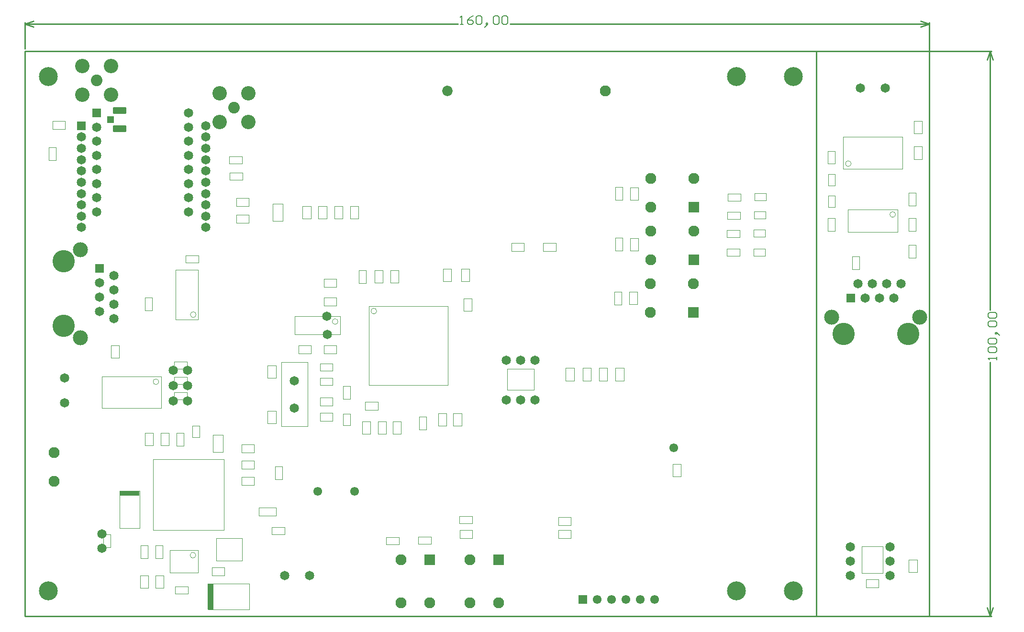
<source format=gbs>
G04 Layer_Color=16711935*
%FSLAX44Y44*%
%MOMM*%
G71*
G01*
G75*
%ADD54C,0.1000*%
%ADD55C,0.2540*%
%ADD56C,0.1524*%
%ADD57R,0.9819X4.6000*%
%ADD58R,3.5000X0.8877*%
G04:AMPARAMS|DCode=114|XSize=1.25mm|YSize=1.25mm|CornerRadius=0.185mm|HoleSize=0mm|Usage=FLASHONLY|Rotation=90.000|XOffset=0mm|YOffset=0mm|HoleType=Round|Shape=RoundedRectangle|*
%AMROUNDEDRECTD114*
21,1,1.2500,0.8800,0,0,90.0*
21,1,0.8800,1.2500,0,0,90.0*
1,1,0.3700,0.4400,0.4400*
1,1,0.3700,0.4400,-0.4400*
1,1,0.3700,-0.4400,-0.4400*
1,1,0.3700,-0.4400,0.4400*
%
%ADD114ROUNDEDRECTD114*%
G04:AMPARAMS|DCode=115|XSize=1.2mm|YSize=2.35mm|CornerRadius=0.1275mm|HoleSize=0mm|Usage=FLASHONLY|Rotation=90.000|XOffset=0mm|YOffset=0mm|HoleType=Round|Shape=RoundedRectangle|*
%AMROUNDEDRECTD115*
21,1,1.2000,2.0950,0,0,90.0*
21,1,0.9450,2.3500,0,0,90.0*
1,1,0.2550,1.0475,0.4725*
1,1,0.2550,1.0475,-0.4725*
1,1,0.2550,-1.0475,-0.4725*
1,1,0.2550,-1.0475,0.4725*
%
%ADD115ROUNDEDRECTD115*%
%ADD116C,2.6500*%
%ADD117C,3.9500*%
%ADD118C,1.6500*%
%ADD119R,1.6500X1.6500*%
%ADD120R,1.6500X1.6500*%
%ADD121C,1.6500*%
%ADD122R,1.6500X1.6500*%
%ADD123C,1.5500*%
%ADD124C,3.3500*%
%ADD125C,2.5500*%
%ADD126C,2.0500*%
%ADD127C,1.9500*%
%ADD128C,1.8500*%
%ADD129R,1.5500X1.5500*%
%ADD130R,1.9500X1.9500*%
%ADD131R,1.9500X1.9500*%
D54*
X1702500Y1163750D02*
G03*
X1702500Y1163750I-5000J0D01*
G01*
X2940000Y1341000D02*
G03*
X2940000Y1341000I-5000J0D01*
G01*
X2861500Y1431000D02*
G03*
X2861500Y1431000I-5000J0D01*
G01*
X1953500Y1151500D02*
G03*
X1953500Y1151500I-5000J0D01*
G01*
X1636500Y1045000D02*
G03*
X1636500Y1045000I-5000J0D01*
G01*
X1702000Y738000D02*
G03*
X1702000Y738000I-5000J0D01*
G01*
X2022000Y1170000D02*
G03*
X2022000Y1170000I-5000J0D01*
G01*
X1666500Y1242750D02*
X1706500D01*
X1666500Y1154750D02*
X1706500D01*
X1666500D02*
Y1242750D01*
X1706500Y1154750D02*
Y1242750D01*
X2856000Y1350000D02*
X2944000D01*
X2856000Y1310000D02*
X2944000D01*
Y1350000D01*
X2856000Y1310000D02*
Y1350000D01*
X1470800Y1492250D02*
Y1506750D01*
X1448700Y1492250D02*
Y1506750D01*
Y1492250D02*
X1470800D01*
X1448700Y1506750D02*
X1470800D01*
X2976350Y1311600D02*
Y1334400D01*
X2963650Y1311600D02*
Y1334400D01*
X2976350D01*
X2963650Y1311600D02*
X2976350D01*
X2952500Y1422000D02*
Y1478000D01*
X2847500Y1422000D02*
Y1478000D01*
X2952500D01*
X2847500Y1422000D02*
X2952500D01*
X1838500Y1329250D02*
Y1359750D01*
X1856000Y1329250D02*
Y1359750D01*
X1838500D02*
X1856000D01*
X1838500Y1329250D02*
X1856000D01*
X2963650Y1356600D02*
Y1379400D01*
X2976350Y1356600D02*
Y1379400D01*
X2963650Y1356600D02*
X2976350D01*
X2963650Y1379400D02*
X2976350D01*
X2963650Y1264600D02*
Y1287400D01*
X2976350Y1264600D02*
Y1287400D01*
X2963650Y1264600D02*
X2976350D01*
X2963650Y1287400D02*
X2976350D01*
X1612150Y1171350D02*
Y1194150D01*
X1624850Y1171350D02*
Y1194150D01*
X1612150Y1171350D02*
X1624850D01*
X1612150Y1194150D02*
X1624850D01*
X2863650Y1243600D02*
Y1266400D01*
X2876350Y1243600D02*
Y1266400D01*
X2863650Y1243600D02*
X2876350D01*
X2863650Y1266400D02*
X2876350D01*
X2972750Y1483950D02*
X2987250D01*
X2972750Y1506050D02*
X2987250D01*
X2972750Y1483950D02*
Y1506050D01*
X2987250Y1483950D02*
Y1506050D01*
X2972750Y1438950D02*
X2987250D01*
X2972750Y1461050D02*
X2987250D01*
X2972750Y1438950D02*
Y1461050D01*
X2987250Y1438950D02*
Y1461050D01*
X1975000Y1355550D02*
X1989500D01*
X1975000Y1333450D02*
X1989500D01*
Y1355550D01*
X1975000Y1333450D02*
Y1355550D01*
X1947000D02*
X1961500D01*
X1947000Y1333450D02*
X1961500D01*
Y1355550D01*
X1947000Y1333450D02*
Y1355550D01*
X1919000D02*
X1933500D01*
X1919000Y1333450D02*
X1933500D01*
Y1355550D01*
X1919000Y1333450D02*
Y1355550D01*
X1891000D02*
X1905500D01*
X1891000Y1333450D02*
X1905500D01*
Y1355550D01*
X1891000Y1333450D02*
Y1355550D01*
X1795550Y1355750D02*
Y1370250D01*
X1773450Y1355750D02*
Y1370250D01*
Y1355750D02*
X1795550D01*
X1773450Y1370250D02*
X1795550D01*
X1795800Y1325750D02*
Y1340250D01*
X1773700Y1325750D02*
Y1340250D01*
Y1325750D02*
X1795800D01*
X1773700Y1340250D02*
X1795800D01*
X1684100Y1268100D02*
X1706900D01*
X1684100Y1255400D02*
X1706900D01*
X1684100D02*
Y1268100D01*
X1706900Y1255400D02*
Y1268100D01*
X2545750Y899050D02*
X2560250D01*
X2545750Y876950D02*
X2560250D01*
Y899050D01*
X2545750Y876950D02*
Y899050D01*
X2366050Y767750D02*
Y782250D01*
X2343950Y767750D02*
Y782250D01*
Y767750D02*
X2366050D01*
X2343950Y782250D02*
X2366050D01*
Y790750D02*
Y805250D01*
X2343950Y790750D02*
Y805250D01*
Y790750D02*
X2366050D01*
X2343950Y805250D02*
X2366050D01*
X1551750Y1086950D02*
X1566250D01*
X1551750Y1109050D02*
X1566250D01*
X1551750Y1086950D02*
Y1109050D01*
X1566250Y1086950D02*
Y1109050D01*
X2038600Y756650D02*
X2061400D01*
X2038600Y769350D02*
X2061400D01*
Y756650D02*
Y769350D01*
X2038600Y756650D02*
Y769350D01*
X1730950Y701750D02*
Y716250D01*
X1753050Y701750D02*
Y716250D01*
X1730950D02*
X1753050D01*
X1730950Y701750D02*
X1753050D01*
X1877500Y1128500D02*
Y1160500D01*
X1957500Y1128500D02*
Y1160500D01*
X1877500Y1128500D02*
X1957500D01*
X1877500Y1160500D02*
X1957500D01*
X1853000Y965750D02*
X1900000D01*
X1853000Y1079250D02*
X1900000D01*
X1853000Y965750D02*
Y1079250D01*
X1900000Y965750D02*
Y1079250D01*
X1535500Y998000D02*
Y1054000D01*
X1640500Y998000D02*
Y1054000D01*
X1535500Y998000D02*
X1640500D01*
X1535500Y1054000D02*
X1640500D01*
X1732250Y920750D02*
Y951250D01*
X1749750Y920750D02*
Y951250D01*
X1732250D02*
X1749750D01*
X1732250Y920750D02*
X1749750D01*
X1656000Y707000D02*
Y747000D01*
X1706000Y707000D02*
Y747000D01*
X1656000Y707000D02*
X1706000D01*
X1656000Y747000D02*
X1706000D01*
X2253400Y1067800D02*
X2300600D01*
X2253400Y1030200D02*
X2300600D01*
Y1067800D01*
X2253400Y1030200D02*
Y1067800D01*
X2008000Y1039000D02*
Y1179000D01*
X2148000Y1039000D02*
Y1179000D01*
X2008000D02*
X2148000D01*
X2008000Y1039000D02*
X2148000D01*
X1665600Y669650D02*
Y682350D01*
X1688400Y669650D02*
Y682350D01*
X1665600D02*
X1688400D01*
X1665600Y669650D02*
X1688400D01*
X1630650Y732600D02*
Y755400D01*
X1643350Y732600D02*
Y755400D01*
X1630650Y732600D02*
X1643350D01*
X1630650Y755400D02*
X1643350D01*
X1604650Y732600D02*
X1617350D01*
X1604650Y755400D02*
X1617350D01*
X1604650Y732600D02*
Y755400D01*
X1617350Y732600D02*
Y755400D01*
X1667650Y931600D02*
Y954400D01*
X1680350Y931600D02*
Y954400D01*
X1667650Y931600D02*
X1680350D01*
X1667650Y954400D02*
X1680350D01*
X2097650Y960600D02*
X2110350D01*
X2097650Y983400D02*
X2110350D01*
X2097650Y960600D02*
Y983400D01*
X2110350Y960600D02*
Y983400D01*
X2643600Y1364650D02*
X2666400D01*
X2643600Y1377350D02*
X2666400D01*
Y1364650D02*
Y1377350D01*
X2643600Y1364650D02*
Y1377350D01*
X1962650Y1014600D02*
X1975350D01*
X1962650Y1037400D02*
X1975350D01*
X1962650Y1014600D02*
Y1037400D01*
X1975350Y1014600D02*
Y1037400D01*
X2642600Y1332650D02*
X2665400D01*
X2642600Y1345350D02*
X2665400D01*
Y1332650D02*
Y1345350D01*
X2642600Y1332650D02*
Y1345350D01*
X2641600Y1300650D02*
Y1313350D01*
X2664400Y1300650D02*
Y1313350D01*
X2641600D02*
X2664400D01*
X2641600Y1300650D02*
X2664400D01*
X2641600Y1267650D02*
X2664400D01*
X2641600Y1280350D02*
X2664400D01*
Y1267650D02*
Y1280350D01*
X2641600Y1267650D02*
Y1280350D01*
X2444650Y1366600D02*
X2457350D01*
X2444650Y1389400D02*
X2457350D01*
X2444650Y1366600D02*
Y1389400D01*
X2457350Y1366600D02*
Y1389400D01*
X2168600Y794650D02*
X2191400D01*
X2168600Y807350D02*
X2191400D01*
Y794650D02*
Y807350D01*
X2168600Y794650D02*
Y807350D01*
X2444650Y1276600D02*
X2457350D01*
X2444650Y1299400D02*
X2457350D01*
X2444650Y1276600D02*
Y1299400D01*
X2457350Y1276600D02*
Y1299400D01*
X1990650Y1219600D02*
Y1242400D01*
X2003350Y1219600D02*
Y1242400D01*
X1990650Y1219600D02*
X2003350D01*
X1990650Y1242400D02*
X2003350D01*
X1944400Y1038650D02*
Y1051350D01*
X1921600Y1038650D02*
Y1051350D01*
Y1038650D02*
X1944400D01*
X1921600Y1051350D02*
X1944400D01*
X1921600Y1076850D02*
X1944400D01*
X1921600Y1064150D02*
X1944400D01*
X1921600D02*
Y1076850D01*
X1944400Y1064150D02*
Y1076850D01*
X2442650Y1181600D02*
X2455350D01*
X2442650Y1204400D02*
X2455350D01*
X2442650Y1181600D02*
Y1204400D01*
X2455350Y1181600D02*
Y1204400D01*
X2095600Y757650D02*
X2118400D01*
X2095600Y770350D02*
X2118400D01*
Y757650D02*
Y770350D01*
X2095600Y757650D02*
Y770350D01*
X1751500Y782500D02*
Y907500D01*
X1626500Y782500D02*
Y907500D01*
Y782500D02*
X1751500D01*
X1626500Y907500D02*
X1751500D01*
X1975250Y968000D02*
Y988000D01*
X1962750Y968000D02*
Y988000D01*
X1975250D01*
X1962750Y968000D02*
X1975250D01*
X1695750Y967000D02*
X1708250D01*
X1695750Y947000D02*
X1708250D01*
Y967000D01*
X1695750Y947000D02*
Y967000D01*
X1738000Y728250D02*
Y767750D01*
X1784000Y728250D02*
Y767750D01*
X1738000D02*
X1784000D01*
X1738000Y728250D02*
X1784000D01*
X2691000Y1378250D02*
X2711000D01*
X2691000Y1365750D02*
X2711000D01*
X2691000D02*
Y1378250D01*
X2711000Y1365750D02*
Y1378250D01*
X2710000Y1333750D02*
Y1346250D01*
X2690000Y1333750D02*
Y1346250D01*
Y1333750D02*
X2710000D01*
X2690000Y1346250D02*
X2710000D01*
X2689000Y1314250D02*
X2709000D01*
X2689000Y1301750D02*
X2709000D01*
X2689000D02*
Y1314250D01*
X2709000Y1301750D02*
Y1314250D01*
X2709000Y1267750D02*
Y1280250D01*
X2689000Y1267750D02*
Y1280250D01*
Y1267750D02*
X2709000D01*
X2689000Y1280250D02*
X2709000D01*
X1782950Y919750D02*
Y934250D01*
X1805050Y919750D02*
Y934250D01*
X1782950D02*
X1805050D01*
X1782950Y919750D02*
X1805050D01*
X1782950Y890750D02*
Y905250D01*
X1805050Y890750D02*
Y905250D01*
X1782950D02*
X1805050D01*
X1782950Y890750D02*
X1805050D01*
X1782950Y861750D02*
Y876250D01*
X1805050Y861750D02*
Y876250D01*
X1782950D02*
X1805050D01*
X1782950Y861750D02*
X1805050D01*
X1639750Y931950D02*
X1654250D01*
X1639750Y954050D02*
X1654250D01*
X1639750Y931950D02*
Y954050D01*
X1654250Y931950D02*
Y954050D01*
X1611750Y931950D02*
X1626250D01*
X1611750Y954050D02*
X1626250D01*
X1611750Y931950D02*
Y954050D01*
X1626250Y931950D02*
Y954050D01*
X1603750Y702050D02*
X1618250D01*
X1603750Y679950D02*
X1618250D01*
Y702050D01*
X1603750Y679950D02*
Y702050D01*
X1630750Y702050D02*
X1645250D01*
X1630750Y679950D02*
X1645250D01*
Y702050D01*
X1630750Y679950D02*
Y702050D01*
X1723500Y642000D02*
Y688000D01*
X1796500Y642000D02*
Y688000D01*
X1723500D02*
X1796500D01*
X1723500Y642000D02*
X1796500D01*
X1567500Y786000D02*
Y852000D01*
X1602500Y786000D02*
Y852000D01*
X1567500Y786000D02*
X1602500D01*
X1567500Y852000D02*
X1602500D01*
X2415750Y1069050D02*
X2430250D01*
X2415750Y1046950D02*
X2430250D01*
Y1069050D01*
X2415750Y1046950D02*
Y1069050D01*
X2444750D02*
X2459250D01*
X2444750Y1046950D02*
X2459250D01*
Y1069050D01*
X2444750Y1046950D02*
Y1069050D01*
X2386750D02*
X2401250D01*
X2386750Y1046950D02*
X2401250D01*
Y1069050D01*
X2386750Y1046950D02*
Y1069050D01*
X2356750D02*
X2371250D01*
X2356750Y1046950D02*
X2371250D01*
Y1069050D01*
X2356750Y1046950D02*
Y1069050D01*
X1951050Y1094750D02*
Y1109250D01*
X1928950Y1094750D02*
Y1109250D01*
Y1094750D02*
X1951050D01*
X1928950Y1109250D02*
X1951050D01*
Y1179750D02*
Y1194250D01*
X1928950Y1179750D02*
Y1194250D01*
Y1179750D02*
X1951050D01*
X1928950Y1194250D02*
X1951050D01*
Y1212750D02*
Y1227250D01*
X1928950Y1212750D02*
Y1227250D01*
Y1212750D02*
X1951050D01*
X1928950Y1227250D02*
X1951050D01*
X2024750Y952950D02*
X2039250D01*
X2024750Y975050D02*
X2039250D01*
X2024750Y952950D02*
Y975050D01*
X2039250Y952950D02*
Y975050D01*
X1996750Y952950D02*
X2011250D01*
X1996750Y975050D02*
X2011250D01*
X1996750Y952950D02*
Y975050D01*
X2011250Y952950D02*
Y975050D01*
X2130750Y989050D02*
X2145250D01*
X2130750Y966950D02*
X2145250D01*
Y989050D01*
X2130750Y966950D02*
Y989050D01*
X2171750Y1222950D02*
X2186250D01*
X2171750Y1245050D02*
X2186250D01*
X2171750Y1222950D02*
Y1245050D01*
X2186250Y1222950D02*
Y1245050D01*
X1944050Y1002750D02*
Y1017250D01*
X1921950Y1002750D02*
Y1017250D01*
Y1002750D02*
X1944050D01*
X1921950Y1017250D02*
X1944050D01*
Y975750D02*
Y990250D01*
X1921950Y975750D02*
Y990250D01*
Y975750D02*
X1944050D01*
X1921950Y990250D02*
X1944050D01*
X2139750Y1222950D02*
X2154250D01*
X2139750Y1245050D02*
X2154250D01*
X2139750Y1222950D02*
Y1245050D01*
X2154250Y1222950D02*
Y1245050D01*
X2046750Y1219950D02*
X2061250D01*
X2046750Y1242050D02*
X2061250D01*
X2046750Y1219950D02*
Y1242050D01*
X2061250Y1219950D02*
Y1242050D01*
X2001950Y994750D02*
Y1009250D01*
X2024050Y994750D02*
Y1009250D01*
X2001950D02*
X2024050D01*
X2001950Y994750D02*
X2024050D01*
X2050750Y975050D02*
X2065250D01*
X2050750Y952950D02*
X2065250D01*
Y975050D01*
X2050750Y952950D02*
Y975050D01*
X2018750Y1219950D02*
X2033250D01*
X2018750Y1242050D02*
X2033250D01*
X2018750Y1219950D02*
Y1242050D01*
X2033250Y1219950D02*
Y1242050D01*
X2175750Y1169950D02*
X2190250D01*
X2175750Y1192050D02*
X2190250D01*
X2175750Y1169950D02*
Y1192050D01*
X2190250Y1169950D02*
Y1192050D01*
X2157750Y989050D02*
X2172250D01*
X2157750Y966950D02*
X2172250D01*
Y989050D01*
X2157750Y966950D02*
Y989050D01*
X1906050Y1094750D02*
Y1109250D01*
X1883950Y1094750D02*
Y1109250D01*
Y1094750D02*
X1906050D01*
X1883950Y1109250D02*
X1906050D01*
X1829250Y971450D02*
X1843750D01*
X1829250Y993550D02*
X1843750D01*
X1829250Y971450D02*
Y993550D01*
X1843750Y971450D02*
Y993550D01*
X1829250Y1073550D02*
X1843750D01*
X1829250Y1051450D02*
X1843750D01*
Y1073550D01*
X1829250Y1051450D02*
Y1073550D01*
X2470750Y1389050D02*
X2485250D01*
X2470750Y1366950D02*
X2485250D01*
Y1389050D01*
X2470750Y1366950D02*
Y1389050D01*
X2470750Y1299050D02*
X2485250D01*
X2470750Y1276950D02*
X2485250D01*
Y1299050D01*
X2470750Y1276950D02*
Y1299050D01*
X2468750Y1204050D02*
X2483250D01*
X2468750Y1181950D02*
X2483250D01*
Y1204050D01*
X2468750Y1181950D02*
Y1204050D01*
X2191050Y767750D02*
Y782250D01*
X2168950Y767750D02*
Y782250D01*
Y767750D02*
X2191050D01*
X2168950Y782250D02*
X2191050D01*
X1538650Y751600D02*
Y774400D01*
X1551350Y751600D02*
Y774400D01*
X1538650Y751600D02*
X1551350D01*
X1538650Y774400D02*
X1551350D01*
X2260950Y1290250D02*
X2283050D01*
X2260950Y1275750D02*
X2283050D01*
X2260950D02*
Y1290250D01*
X2283050Y1275750D02*
Y1290250D01*
X2316950Y1275750D02*
X2339050D01*
X2316950Y1290250D02*
X2339050D01*
Y1275750D02*
Y1290250D01*
X2316950Y1275750D02*
Y1290250D01*
X1663600Y1067650D02*
Y1080350D01*
X1686400Y1067650D02*
Y1080350D01*
X1663600D02*
X1686400D01*
X1663600Y1067650D02*
X1686400D01*
X1663600Y1040650D02*
Y1053350D01*
X1686400Y1040650D02*
Y1053350D01*
X1663600D02*
X1686400D01*
X1663600Y1040650D02*
X1686400D01*
X1663600Y1013650D02*
Y1026350D01*
X1686400Y1013650D02*
Y1026350D01*
X1663600D02*
X1686400D01*
X1663600Y1013650D02*
X1686400D01*
X1813800Y808000D02*
X1844200D01*
X1813800Y822000D02*
X1844200D01*
X1813800Y808000D02*
Y822000D01*
X1844200Y808000D02*
Y822000D01*
X1842650Y872600D02*
X1855350D01*
X1842650Y895400D02*
X1855350D01*
X1842650Y872600D02*
Y895400D01*
X1855350Y872600D02*
Y895400D01*
X1859400Y774650D02*
Y787350D01*
X1836600Y774650D02*
Y787350D01*
Y774650D02*
X1859400D01*
X1836600Y787350D02*
X1859400D01*
X2887950Y680750D02*
X2910050D01*
X2887950Y695250D02*
X2910050D01*
Y680750D02*
Y695250D01*
X2887950Y680750D02*
Y695250D01*
X2978250Y707950D02*
Y730050D01*
X2963750Y707950D02*
Y730050D01*
X2978250D01*
X2963750Y707950D02*
X2978250D01*
X2917800Y706400D02*
Y753600D01*
X2880200Y706400D02*
Y753600D01*
Y706400D02*
X2917800D01*
X2880200Y753600D02*
X2917800D01*
X1442150Y1459900D02*
X1454850D01*
X1442150Y1437100D02*
X1454850D01*
Y1459900D01*
X1442150Y1437100D02*
Y1459900D01*
X2820750Y1392000D02*
X2833250D01*
X2820750Y1412000D02*
X2833250D01*
X2820750Y1392000D02*
Y1412000D01*
X2833250Y1392000D02*
Y1412000D01*
X2820650Y1334400D02*
X2833350D01*
X2820650Y1311600D02*
X2833350D01*
Y1334400D01*
X2820650Y1311600D02*
Y1334400D01*
Y1430600D02*
X2833350D01*
X2820650Y1453400D02*
X2833350D01*
X2820650Y1430600D02*
Y1453400D01*
X2833350Y1430600D02*
Y1453400D01*
X2820750Y1374000D02*
X2833250D01*
X2820750Y1354000D02*
X2833250D01*
Y1374000D01*
X2820750Y1354000D02*
Y1374000D01*
X1783900Y1431400D02*
Y1444100D01*
X1761100Y1431400D02*
Y1444100D01*
Y1431400D02*
X1783900D01*
X1761100Y1444100D02*
X1783900D01*
X1784900Y1402150D02*
Y1414850D01*
X1762100Y1402150D02*
Y1414850D01*
Y1402150D02*
X1784900D01*
X1762100Y1414850D02*
X1784900D01*
D55*
X2803810Y1630000D02*
X3109790D01*
X2803810Y630000D02*
X3109790D01*
X3107250Y1171896D02*
Y1630000D01*
Y630000D02*
Y1079976D01*
X3102170Y1614760D02*
X3107250Y1630000D01*
X3112330Y1614760D01*
X3107250Y630000D02*
X3112330Y645240D01*
X3102170D02*
X3107250Y630000D01*
X3000000Y632540D02*
Y1680540D01*
X1400000Y1633810D02*
Y1680540D01*
X2258107Y1678000D02*
X3000000D01*
X1400000D02*
X2166186D01*
X2984760Y1683080D02*
X3000000Y1678000D01*
X2984760Y1672920D02*
X3000000Y1678000D01*
X1400000D02*
X1415240Y1672920D01*
X1400000Y1678000D02*
X1415240Y1683080D01*
X1400000Y1630000D02*
X2800000D01*
Y630000D02*
Y1630000D01*
X1400000Y630000D02*
X2800000D01*
X1400000D02*
Y1630000D01*
X2800000D02*
X3000000D01*
Y630000D02*
Y1630000D01*
X2800000Y630000D02*
X3000000D01*
D56*
X3118931Y1084040D02*
Y1089118D01*
Y1086579D01*
X3103696D01*
X3106235Y1084040D01*
Y1096735D02*
X3103696Y1099275D01*
Y1104353D01*
X3106235Y1106892D01*
X3116392D01*
X3118931Y1104353D01*
Y1099275D01*
X3116392Y1096735D01*
X3106235D01*
Y1111971D02*
X3103696Y1114510D01*
Y1119588D01*
X3106235Y1122127D01*
X3116392D01*
X3118931Y1119588D01*
Y1114510D01*
X3116392Y1111971D01*
X3106235D01*
X3121470Y1129745D02*
X3118931Y1132284D01*
X3116392D01*
Y1129745D01*
X3118931D01*
Y1132284D01*
X3121470Y1129745D01*
X3124009Y1127206D01*
X3106235Y1142441D02*
X3103696Y1144980D01*
Y1150058D01*
X3106235Y1152597D01*
X3116392D01*
X3118931Y1150058D01*
Y1144980D01*
X3116392Y1142441D01*
X3106235D01*
Y1157676D02*
X3103696Y1160215D01*
Y1165293D01*
X3106235Y1167832D01*
X3116392D01*
X3118931Y1165293D01*
Y1160215D01*
X3116392Y1157676D01*
X3106235D01*
X2170250Y1677750D02*
X2175328D01*
X2172789D01*
Y1692985D01*
X2170250Y1690446D01*
X2193103Y1692985D02*
X2188024Y1690446D01*
X2182946Y1685367D01*
Y1680289D01*
X2185485Y1677750D01*
X2190563D01*
X2193103Y1680289D01*
Y1682828D01*
X2190563Y1685367D01*
X2182946D01*
X2198181Y1690446D02*
X2200720Y1692985D01*
X2205798D01*
X2208338Y1690446D01*
Y1680289D01*
X2205798Y1677750D01*
X2200720D01*
X2198181Y1680289D01*
Y1690446D01*
X2215955Y1675211D02*
X2218494Y1677750D01*
Y1680289D01*
X2215955D01*
Y1677750D01*
X2218494D01*
X2215955Y1675211D01*
X2213416Y1672672D01*
X2228651Y1690446D02*
X2231190Y1692985D01*
X2236269D01*
X2238808Y1690446D01*
Y1680289D01*
X2236269Y1677750D01*
X2231190D01*
X2228651Y1680289D01*
Y1690446D01*
X2243886D02*
X2246425Y1692985D01*
X2251504D01*
X2254043Y1690446D01*
Y1680289D01*
X2251504Y1677750D01*
X2246425D01*
X2243886Y1680289D01*
Y1690446D01*
D57*
X1728409Y665000D02*
D03*
D58*
X1585000Y847561D02*
D03*
D114*
X1551500Y1509000D02*
D03*
D115*
X1567500Y1525000D02*
D03*
Y1493000D02*
D03*
D116*
X1497500Y1278750D02*
D03*
Y1122750D02*
D03*
X2983000Y1159000D02*
D03*
X2827000D02*
D03*
D117*
X1468050Y1143600D02*
D03*
Y1257900D02*
D03*
X2847850Y1129550D02*
D03*
X2962150D02*
D03*
D118*
X1531550Y1219800D02*
D03*
Y1194400D02*
D03*
X1556950Y1207100D02*
D03*
Y1181700D02*
D03*
X1531550Y1169000D02*
D03*
X1556950Y1232500D02*
D03*
Y1156300D02*
D03*
X2949450Y1218450D02*
D03*
X2873250D02*
D03*
X2936750Y1193050D02*
D03*
X2924050Y1218450D02*
D03*
X2898650D02*
D03*
X2911350Y1193050D02*
D03*
X2885950D02*
D03*
D119*
X1531550Y1245200D02*
D03*
D120*
X2860550Y1193050D02*
D03*
D121*
X1719750Y1318000D02*
D03*
Y1338000D02*
D03*
Y1358000D02*
D03*
Y1378000D02*
D03*
Y1398000D02*
D03*
Y1418000D02*
D03*
Y1438000D02*
D03*
Y1458000D02*
D03*
Y1478000D02*
D03*
Y1498000D02*
D03*
X1499750Y1318000D02*
D03*
Y1338000D02*
D03*
Y1358000D02*
D03*
Y1378000D02*
D03*
Y1398000D02*
D03*
Y1418000D02*
D03*
Y1438000D02*
D03*
Y1458000D02*
D03*
Y1478000D02*
D03*
X1689150Y1345750D02*
D03*
Y1370750D02*
D03*
Y1395750D02*
D03*
Y1420750D02*
D03*
Y1445750D02*
D03*
Y1470750D02*
D03*
Y1495750D02*
D03*
Y1520750D02*
D03*
X1526250Y1345750D02*
D03*
Y1370750D02*
D03*
Y1395750D02*
D03*
Y1420750D02*
D03*
Y1445750D02*
D03*
Y1470750D02*
D03*
Y1495750D02*
D03*
X2878000Y1565000D02*
D03*
X2922000D02*
D03*
X1934500Y1128500D02*
D03*
X1933500Y1160500D02*
D03*
X1470000Y1008000D02*
D03*
Y1052000D02*
D03*
X1876500Y1047000D02*
D03*
Y998000D02*
D03*
X2251000Y1013000D02*
D03*
X2276400D02*
D03*
X2301800D02*
D03*
Y1083000D02*
D03*
X2276400D02*
D03*
X2251000D02*
D03*
X1536110Y750300D02*
D03*
Y775700D02*
D03*
X1859000Y702000D02*
D03*
X1903000D02*
D03*
X1662300Y1065110D02*
D03*
X1687700D02*
D03*
X1662300Y1038110D02*
D03*
X1687700D02*
D03*
X1662300Y1011110D02*
D03*
X1687700D02*
D03*
X2860000Y753000D02*
D03*
Y727600D02*
D03*
Y702200D02*
D03*
X2930000D02*
D03*
Y727600D02*
D03*
Y753000D02*
D03*
D122*
X1499750Y1498000D02*
D03*
X1526250Y1520750D02*
D03*
D123*
X1983000Y851000D02*
D03*
X1918000D02*
D03*
X2514000Y660000D02*
D03*
X2488600D02*
D03*
X2463200D02*
D03*
X2412400D02*
D03*
X2437800D02*
D03*
X2548000Y928000D02*
D03*
D124*
X1441000Y1585000D02*
D03*
X2759000D02*
D03*
Y675000D02*
D03*
X1441000D02*
D03*
X2659000Y1585000D02*
D03*
Y675000D02*
D03*
D125*
X1551900Y1603400D02*
D03*
X1501100D02*
D03*
Y1552600D02*
D03*
X1551900D02*
D03*
X1795150Y1555150D02*
D03*
Y1504350D02*
D03*
X1744350D02*
D03*
Y1555150D02*
D03*
D126*
X1526500Y1578000D02*
D03*
X1769750Y1529750D02*
D03*
D127*
X2427000Y1560000D02*
D03*
X1451000Y920000D02*
D03*
Y869200D02*
D03*
X2583000Y1404800D02*
D03*
X2506800D02*
D03*
Y1354000D02*
D03*
X2506970Y1261070D02*
D03*
Y1311870D02*
D03*
X2583170D02*
D03*
X2582170Y1218620D02*
D03*
X2505970D02*
D03*
Y1167820D02*
D03*
X2238000Y653800D02*
D03*
X2187200D02*
D03*
Y730000D02*
D03*
X2065200D02*
D03*
Y653800D02*
D03*
X2116000D02*
D03*
D128*
X2147000Y1560000D02*
D03*
D129*
X2387000Y660000D02*
D03*
D130*
X2583000Y1354000D02*
D03*
X2583170Y1261070D02*
D03*
X2582170Y1167820D02*
D03*
D131*
X2238000Y730000D02*
D03*
X2116000D02*
D03*
M02*

</source>
